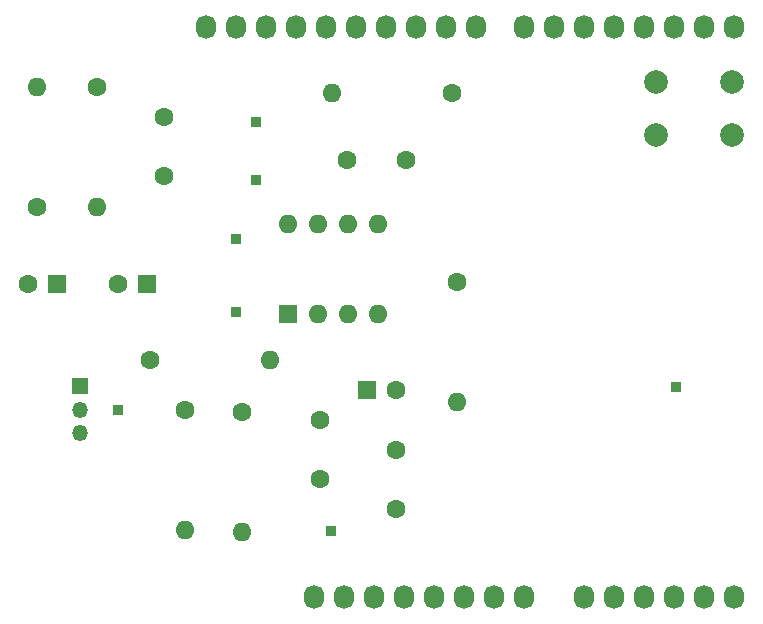
<source format=gbr>
%TF.GenerationSoftware,KiCad,Pcbnew,(6.0.0)*%
%TF.CreationDate,2022-05-11T10:24:24+02:00*%
%TF.ProjectId,speed_sensor,73706565-645f-4736-956e-736f722e6b69,v0.04*%
%TF.SameCoordinates,Original*%
%TF.FileFunction,Soldermask,Bot*%
%TF.FilePolarity,Negative*%
%FSLAX46Y46*%
G04 Gerber Fmt 4.6, Leading zero omitted, Abs format (unit mm)*
G04 Created by KiCad (PCBNEW (6.0.0)) date 2022-05-11 10:24:24*
%MOMM*%
%LPD*%
G01*
G04 APERTURE LIST*
%ADD10C,1.600000*%
%ADD11O,1.727200X2.032000*%
%ADD12O,1.600000X1.600000*%
%ADD13R,0.850000X0.850000*%
%ADD14R,1.600000X1.600000*%
%ADD15C,2.000000*%
%ADD16R,1.350000X1.350000*%
%ADD17O,1.350000X1.350000*%
G04 APERTURE END LIST*
D10*
%TO.C,C7*%
X145872200Y-111368200D03*
X145872200Y-116368200D03*
%TD*%
%TO.C,C6*%
X146721200Y-86817200D03*
X141721200Y-86817200D03*
%TD*%
%TO.C,C4*%
X139395200Y-113853600D03*
X139395200Y-108853600D03*
%TD*%
%TO.C,C3*%
X126238000Y-83185000D03*
X126238000Y-88185000D03*
%TD*%
D11*
%TO.C,P1*%
X138938000Y-123825000D03*
X141478000Y-123825000D03*
X144018000Y-123825000D03*
X146558000Y-123825000D03*
X149098000Y-123825000D03*
X151638000Y-123825000D03*
X154178000Y-123825000D03*
X156718000Y-123825000D03*
%TD*%
%TO.C,P2*%
X161798000Y-123825000D03*
X164338000Y-123825000D03*
X166878000Y-123825000D03*
X169418000Y-123825000D03*
X171958000Y-123825000D03*
X174498000Y-123825000D03*
%TD*%
%TO.C,P3*%
X129794000Y-75565000D03*
X132334000Y-75565000D03*
X134874000Y-75565000D03*
X137414000Y-75565000D03*
X139954000Y-75565000D03*
X142494000Y-75565000D03*
X145034000Y-75565000D03*
X147574000Y-75565000D03*
X150114000Y-75565000D03*
X152654000Y-75565000D03*
%TD*%
%TO.C,P4*%
X156718000Y-75565000D03*
X159258000Y-75565000D03*
X161798000Y-75565000D03*
X164338000Y-75565000D03*
X166878000Y-75565000D03*
X169418000Y-75565000D03*
X171958000Y-75565000D03*
X174498000Y-75565000D03*
%TD*%
D10*
%TO.C,R6*%
X150571200Y-81178400D03*
D12*
X140411200Y-81178400D03*
%TD*%
%TO.C,R5*%
X115443000Y-80645000D03*
D10*
X115443000Y-90805000D03*
%TD*%
D12*
%TO.C,R3*%
X135204200Y-103708200D03*
D10*
X125044200Y-103708200D03*
%TD*%
%TO.C,R1*%
X132816600Y-108153200D03*
D12*
X132816600Y-118313200D03*
%TD*%
D13*
%TO.C,sensor_out*%
X122301000Y-107950000D03*
%TD*%
D14*
%TO.C,C2*%
X143383000Y-106248200D03*
D10*
X145883000Y-106248200D03*
%TD*%
D14*
%TO.C,U1*%
X136662000Y-99812000D03*
D12*
X139202000Y-99812000D03*
X141742000Y-99812000D03*
X144282000Y-99812000D03*
X144282000Y-92192000D03*
X141742000Y-92192000D03*
X139202000Y-92192000D03*
X136662000Y-92192000D03*
%TD*%
D15*
%TO.C,SW1*%
X174319000Y-84673000D03*
X167819000Y-84673000D03*
X167819000Y-80173000D03*
X174319000Y-80173000D03*
%TD*%
D10*
%TO.C,R7*%
X150977600Y-97155000D03*
D12*
X150977600Y-107315000D03*
%TD*%
D13*
%TO.C,GNDA*%
X133985000Y-83566000D03*
%TD*%
%TO.C,OP2_out*%
X132334000Y-93472000D03*
%TD*%
D14*
%TO.C,C1*%
X124776113Y-97322000D03*
D10*
X122276113Y-97322000D03*
%TD*%
D14*
%TO.C,C5*%
X117156113Y-97282000D03*
D10*
X114656113Y-97282000D03*
%TD*%
D16*
%TO.C,sensor*%
X119098200Y-105950000D03*
D17*
X119098200Y-107950000D03*
X119098200Y-109950000D03*
%TD*%
D13*
%TO.C,OP1_out*%
X132334000Y-99685000D03*
%TD*%
D10*
%TO.C,R2*%
X127965200Y-108000800D03*
D12*
X127965200Y-118160800D03*
%TD*%
D13*
%TO.C,v_d_out*%
X140335000Y-118237000D03*
%TD*%
%TO.C,GNDD*%
X169545000Y-106059700D03*
%TD*%
%TO.C,GNDA*%
X133985000Y-88519000D03*
%TD*%
D12*
%TO.C,R4*%
X120523000Y-90805000D03*
D10*
X120523000Y-80645000D03*
%TD*%
M02*

</source>
